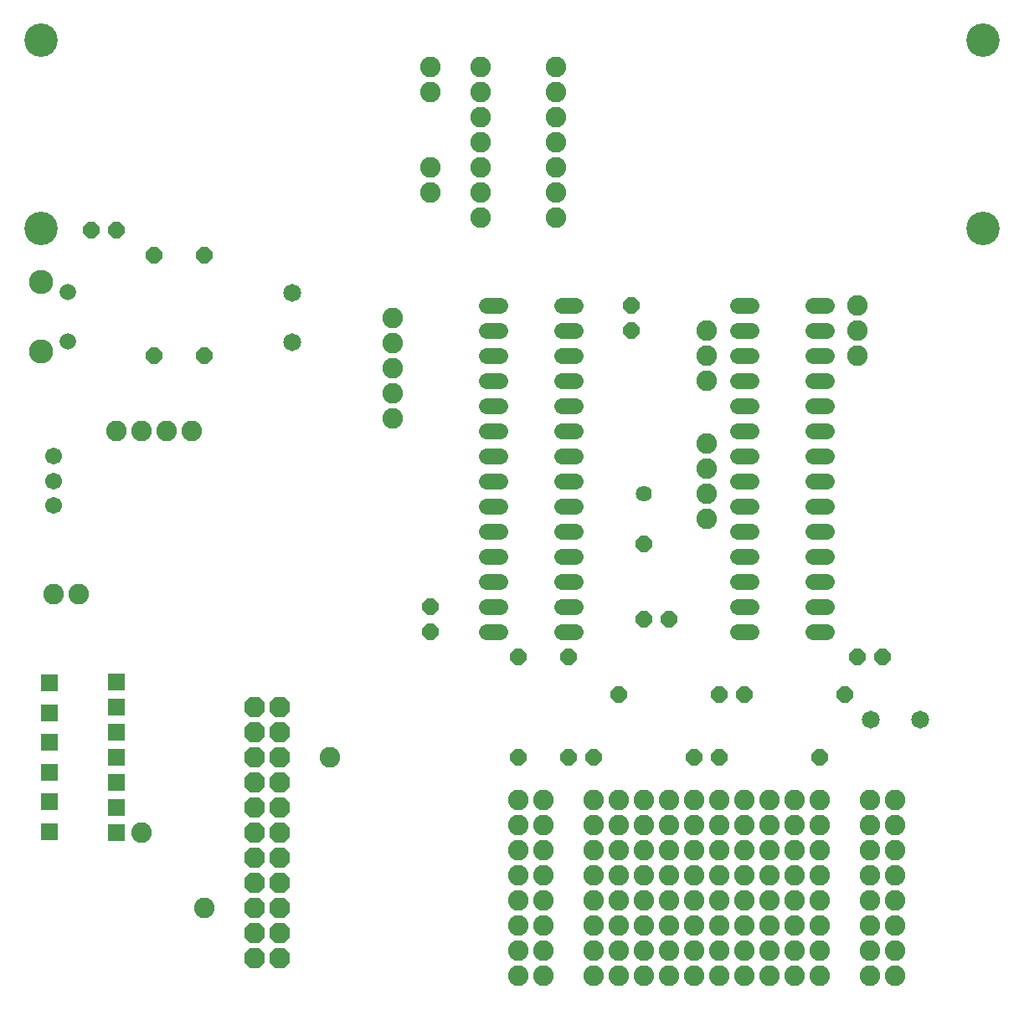
<source format=gbs>
G75*
%MOIN*%
%OFA0B0*%
%FSLAX25Y25*%
%IPPOS*%
%LPD*%
%AMOC8*
5,1,8,0,0,1.08239X$1,22.5*
%
%ADD10C,0.13300*%
%ADD11C,0.06400*%
%ADD12C,0.06546*%
%ADD13C,0.09658*%
%ADD14C,0.08200*%
%ADD15C,0.06743*%
%ADD16OC8,0.06400*%
%ADD17C,0.07137*%
%ADD18C,0.06400*%
%ADD19R,0.07137X0.07137*%
%ADD20OC8,0.08200*%
D10*
X0116250Y0307300D03*
X0116250Y0382300D03*
X0491250Y0382300D03*
X0491250Y0307300D03*
D11*
X0429050Y0276800D02*
X0423450Y0276800D01*
X0423450Y0266800D02*
X0429050Y0266800D01*
X0429050Y0256800D02*
X0423450Y0256800D01*
X0423450Y0246800D02*
X0429050Y0246800D01*
X0429050Y0236800D02*
X0423450Y0236800D01*
X0423450Y0226800D02*
X0429050Y0226800D01*
X0429050Y0216800D02*
X0423450Y0216800D01*
X0423450Y0206800D02*
X0429050Y0206800D01*
X0429050Y0196800D02*
X0423450Y0196800D01*
X0423450Y0186800D02*
X0429050Y0186800D01*
X0429050Y0176800D02*
X0423450Y0176800D01*
X0423450Y0166800D02*
X0429050Y0166800D01*
X0429050Y0156800D02*
X0423450Y0156800D01*
X0423450Y0146800D02*
X0429050Y0146800D01*
X0399050Y0146800D02*
X0393450Y0146800D01*
X0393450Y0156800D02*
X0399050Y0156800D01*
X0399050Y0166800D02*
X0393450Y0166800D01*
X0393450Y0176800D02*
X0399050Y0176800D01*
X0399050Y0186800D02*
X0393450Y0186800D01*
X0393450Y0196800D02*
X0399050Y0196800D01*
X0399050Y0206800D02*
X0393450Y0206800D01*
X0393450Y0216800D02*
X0399050Y0216800D01*
X0399050Y0226800D02*
X0393450Y0226800D01*
X0393450Y0236800D02*
X0399050Y0236800D01*
X0399050Y0246800D02*
X0393450Y0246800D01*
X0393450Y0256800D02*
X0399050Y0256800D01*
X0399050Y0266800D02*
X0393450Y0266800D01*
X0393450Y0276800D02*
X0399050Y0276800D01*
X0329050Y0276800D02*
X0323450Y0276800D01*
X0323450Y0266800D02*
X0329050Y0266800D01*
X0329050Y0256800D02*
X0323450Y0256800D01*
X0323450Y0246800D02*
X0329050Y0246800D01*
X0329050Y0236800D02*
X0323450Y0236800D01*
X0323450Y0226800D02*
X0329050Y0226800D01*
X0329050Y0216800D02*
X0323450Y0216800D01*
X0323450Y0206800D02*
X0329050Y0206800D01*
X0329050Y0196800D02*
X0323450Y0196800D01*
X0323450Y0186800D02*
X0329050Y0186800D01*
X0329050Y0176800D02*
X0323450Y0176800D01*
X0323450Y0166800D02*
X0329050Y0166800D01*
X0329050Y0156800D02*
X0323450Y0156800D01*
X0323450Y0146800D02*
X0329050Y0146800D01*
X0299050Y0146800D02*
X0293450Y0146800D01*
X0293450Y0156800D02*
X0299050Y0156800D01*
X0299050Y0166800D02*
X0293450Y0166800D01*
X0293450Y0176800D02*
X0299050Y0176800D01*
X0299050Y0186800D02*
X0293450Y0186800D01*
X0293450Y0196800D02*
X0299050Y0196800D01*
X0299050Y0206800D02*
X0293450Y0206800D01*
X0293450Y0216800D02*
X0299050Y0216800D01*
X0299050Y0226800D02*
X0293450Y0226800D01*
X0293450Y0236800D02*
X0299050Y0236800D01*
X0299050Y0246800D02*
X0293450Y0246800D01*
X0293450Y0256800D02*
X0299050Y0256800D01*
X0299050Y0266800D02*
X0293450Y0266800D01*
X0293450Y0276800D02*
X0299050Y0276800D01*
D12*
X0126880Y0282143D03*
X0126880Y0262457D03*
D13*
X0116250Y0258520D03*
X0116250Y0286080D03*
D14*
X0146250Y0226800D03*
X0156250Y0226800D03*
X0166250Y0226800D03*
X0176250Y0226800D03*
X0256250Y0231800D03*
X0256250Y0241800D03*
X0256250Y0251800D03*
X0256250Y0261800D03*
X0256250Y0271800D03*
X0291250Y0311800D03*
X0291250Y0321800D03*
X0291250Y0331800D03*
X0291250Y0341800D03*
X0291250Y0351800D03*
X0291250Y0361800D03*
X0291250Y0371800D03*
X0271250Y0371800D03*
X0271250Y0361800D03*
X0271250Y0331800D03*
X0271250Y0321800D03*
X0321250Y0321800D03*
X0321250Y0311800D03*
X0321250Y0331800D03*
X0321250Y0341800D03*
X0321250Y0351800D03*
X0321250Y0361800D03*
X0321250Y0371800D03*
X0441250Y0276800D03*
X0441250Y0266800D03*
X0441250Y0256800D03*
X0381250Y0256800D03*
X0381250Y0266800D03*
X0381250Y0246800D03*
X0381250Y0221800D03*
X0381250Y0211800D03*
X0381250Y0201800D03*
X0381250Y0191800D03*
X0376250Y0079800D03*
X0366250Y0079800D03*
X0356250Y0079800D03*
X0346250Y0079800D03*
X0336250Y0079800D03*
X0336250Y0069800D03*
X0336250Y0059800D03*
X0346250Y0059800D03*
X0346250Y0069800D03*
X0356250Y0069800D03*
X0356250Y0059800D03*
X0366250Y0059800D03*
X0366250Y0069800D03*
X0376250Y0069800D03*
X0376250Y0059800D03*
X0386250Y0059800D03*
X0386250Y0069800D03*
X0396250Y0069800D03*
X0396250Y0059800D03*
X0406250Y0059800D03*
X0406250Y0069800D03*
X0416250Y0069800D03*
X0416250Y0059800D03*
X0426250Y0059800D03*
X0426250Y0069800D03*
X0426250Y0079800D03*
X0416250Y0079800D03*
X0406250Y0079800D03*
X0396250Y0079800D03*
X0386250Y0079800D03*
X0386250Y0049800D03*
X0376250Y0049800D03*
X0366250Y0049800D03*
X0356250Y0049800D03*
X0346250Y0049800D03*
X0336250Y0049800D03*
X0336250Y0039800D03*
X0336250Y0029800D03*
X0346250Y0029800D03*
X0346250Y0039800D03*
X0356250Y0039800D03*
X0356250Y0029800D03*
X0366250Y0029800D03*
X0366250Y0039800D03*
X0376250Y0039800D03*
X0376250Y0029800D03*
X0386250Y0029800D03*
X0386250Y0039800D03*
X0396250Y0039800D03*
X0396250Y0029800D03*
X0406250Y0029800D03*
X0406250Y0039800D03*
X0416250Y0039800D03*
X0416250Y0029800D03*
X0426250Y0029800D03*
X0426250Y0039800D03*
X0426250Y0049800D03*
X0416250Y0049800D03*
X0406250Y0049800D03*
X0396250Y0049800D03*
X0396250Y0019800D03*
X0396250Y0009800D03*
X0386250Y0009800D03*
X0386250Y0019800D03*
X0376250Y0019800D03*
X0376250Y0009800D03*
X0366250Y0009800D03*
X0366250Y0019800D03*
X0356250Y0019800D03*
X0356250Y0009800D03*
X0346250Y0009800D03*
X0346250Y0019800D03*
X0336250Y0019800D03*
X0336250Y0009800D03*
X0316250Y0009800D03*
X0316250Y0019800D03*
X0306250Y0019800D03*
X0306250Y0009800D03*
X0306250Y0029800D03*
X0306250Y0039800D03*
X0316250Y0039800D03*
X0316250Y0029800D03*
X0316250Y0049800D03*
X0306250Y0049800D03*
X0306250Y0059800D03*
X0306250Y0069800D03*
X0316250Y0069800D03*
X0316250Y0059800D03*
X0316250Y0079800D03*
X0306250Y0079800D03*
X0231250Y0096800D03*
X0156250Y0066800D03*
X0181250Y0036800D03*
X0131250Y0161800D03*
X0121250Y0161800D03*
X0406250Y0019800D03*
X0406250Y0009800D03*
X0416250Y0009800D03*
X0416250Y0019800D03*
X0426250Y0019800D03*
X0426250Y0009800D03*
X0446250Y0009800D03*
X0446250Y0019800D03*
X0456250Y0019800D03*
X0456250Y0009800D03*
X0456250Y0029800D03*
X0456250Y0039800D03*
X0446250Y0039800D03*
X0446250Y0029800D03*
X0446250Y0049800D03*
X0456250Y0049800D03*
X0456250Y0059800D03*
X0456250Y0069800D03*
X0446250Y0069800D03*
X0446250Y0059800D03*
X0446250Y0079800D03*
X0456250Y0079800D03*
D15*
X0121250Y0196957D03*
X0121250Y0206800D03*
X0121250Y0216643D03*
D16*
X0161250Y0256800D03*
X0181250Y0256800D03*
X0181250Y0296800D03*
X0161250Y0296800D03*
X0146250Y0306800D03*
X0136250Y0306800D03*
X0271250Y0156800D03*
X0271250Y0146800D03*
X0306250Y0136800D03*
X0326250Y0136800D03*
X0346250Y0121800D03*
X0336250Y0096800D03*
X0326250Y0096800D03*
X0306250Y0096800D03*
X0376250Y0096800D03*
X0386250Y0096800D03*
X0386250Y0121800D03*
X0396250Y0121800D03*
X0426250Y0096800D03*
X0436250Y0121800D03*
X0441250Y0136800D03*
X0451250Y0136800D03*
X0366250Y0151800D03*
X0356250Y0151800D03*
X0356250Y0181800D03*
X0351250Y0266800D03*
X0351250Y0276800D03*
D17*
X0216250Y0281643D03*
X0216250Y0261957D03*
X0446407Y0111800D03*
X0466093Y0111800D03*
D18*
X0356250Y0201800D03*
D19*
X0119557Y0067272D03*
X0119557Y0079083D03*
X0119557Y0090894D03*
X0119557Y0102706D03*
X0119557Y0114517D03*
X0119557Y0126328D03*
X0146250Y0126800D03*
X0146250Y0116800D03*
X0146250Y0106800D03*
X0146250Y0096800D03*
X0146250Y0086800D03*
X0146250Y0076800D03*
X0146250Y0066800D03*
D20*
X0201250Y0066800D03*
X0201250Y0056800D03*
X0211250Y0056800D03*
X0211250Y0066800D03*
X0211250Y0076800D03*
X0211250Y0086800D03*
X0201250Y0086800D03*
X0201250Y0076800D03*
X0201250Y0096800D03*
X0201250Y0106800D03*
X0211250Y0106800D03*
X0211250Y0096800D03*
X0211250Y0116800D03*
X0201250Y0116800D03*
X0201250Y0046800D03*
X0201250Y0036800D03*
X0211250Y0036800D03*
X0211250Y0046800D03*
X0211250Y0026800D03*
X0211250Y0016800D03*
X0201250Y0016800D03*
X0201250Y0026800D03*
M02*

</source>
